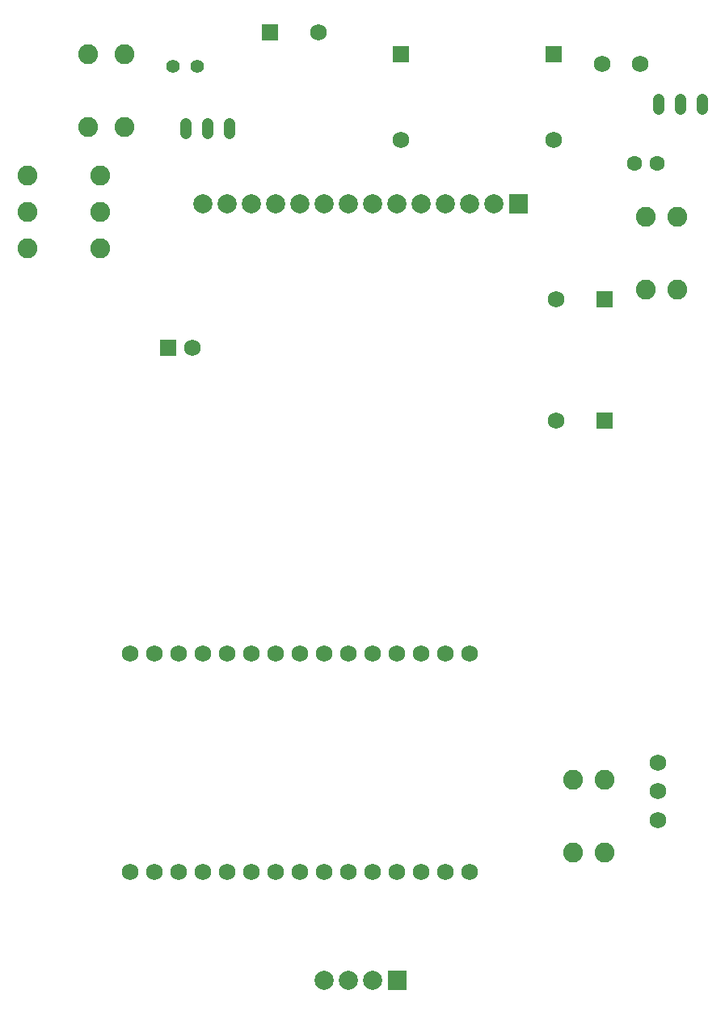
<source format=gts>
G04 Layer: TopSolderMaskLayer*
G04 EasyEDA v6.2.34, 2019-08-10T09:13:35--4:00*
G04 cec1feb412d9436ebb02216d70db0232,603e5982b1a64880906022400fb7a34d,10*
G04 Gerber Generator version 0.2*
G04 Scale: 100 percent, Rotated: No, Reflected: No *
G04 Dimensions in millimeters *
G04 leading zeros omitted , absolute positions ,3 integer and 3 decimal *
%FSLAX33Y33*%
%MOMM*%
G90*
G71D02*

%ADD30C,1.203198*%
%ADD31R,1.727200X1.727200*%
%ADD32C,1.727200*%
%ADD33C,2.003196*%
%ADD35C,2.082800*%
%ADD36C,1.397000*%
%ADD37C,1.603248*%

%LPD*%
G54D30*
G01X19177Y106377D02*
G01X19177Y105377D01*
G01X21463Y106402D02*
G01X21463Y105402D01*
G01X23723Y106377D02*
G01X23723Y105377D01*
G01X68707Y108917D02*
G01X68707Y107917D01*
G01X70993Y108942D02*
G01X70993Y107942D01*
G01X73253Y108917D02*
G01X73253Y107917D01*
G54D31*
G01X57706Y113697D03*
G54D32*
G01X57706Y104698D03*
G54D31*
G01X41706Y113697D03*
G54D32*
G01X41706Y104698D03*
G01X13335Y50911D03*
G01X15872Y50909D03*
G01X18412Y50909D03*
G01X20952Y50909D03*
G01X23492Y50909D03*
G01X26032Y50909D03*
G01X28572Y50909D03*
G01X31112Y50909D03*
G01X33652Y50909D03*
G01X36192Y50909D03*
G01X38732Y50909D03*
G01X41272Y50909D03*
G01X43812Y50909D03*
G01X46352Y50909D03*
G01X48892Y50909D03*
G01X48892Y28049D03*
G01X46352Y28049D03*
G01X43812Y28049D03*
G01X41272Y28049D03*
G01X38732Y28049D03*
G01X36192Y28049D03*
G01X33652Y28049D03*
G01X31112Y28049D03*
G01X28572Y28049D03*
G01X26032Y28049D03*
G01X23492Y28049D03*
G01X20952Y28049D03*
G01X18412Y28049D03*
G01X15872Y28049D03*
G01X13332Y28049D03*
G54D31*
G01X17272Y82915D03*
G54D32*
G01X19812Y82915D03*
G54D31*
G01X62992Y75295D03*
G54D32*
G01X57912Y75295D03*
G54D31*
G01X62992Y87995D03*
G54D32*
G01X57912Y87995D03*
G54D33*
G01X20979Y98000D03*
G01X23519Y98000D03*
G01X26059Y98000D03*
G01X28599Y98000D03*
G01X31139Y98000D03*
G01X33679Y98000D03*
G01X36219Y98000D03*
G01X38759Y98000D03*
G01X41299Y98000D03*
G01X43839Y98000D03*
G01X46379Y98000D03*
G01X48919Y98000D03*
G01X51459Y98000D03*
G36*
G01X52999Y96997D02*
G01X52999Y99001D01*
G01X55001Y99001D01*
G01X55001Y96997D01*
G01X52999Y96997D01*
G37*
G01X33679Y16720D03*
G01X36219Y16720D03*
G01X38759Y16720D03*
G36*
G01X40299Y15717D02*
G01X40299Y17721D01*
G01X42301Y17721D01*
G01X42301Y15717D01*
G01X40299Y15717D01*
G37*
G54D31*
G01X27940Y115935D03*
G54D32*
G01X33020Y115935D03*
G54D35*
G01X8890Y106029D03*
G01X8890Y113649D03*
G01X12700Y106029D03*
G01X12700Y113649D03*
G01X62992Y30083D03*
G01X62992Y37703D03*
G01X59690Y30083D03*
G01X59690Y37703D03*
G54D36*
G01X17780Y112379D03*
G01X20320Y112379D03*
G54D35*
G01X2540Y100949D03*
G01X10160Y100949D03*
G01X2540Y97139D03*
G01X10160Y97139D03*
G01X2540Y93329D03*
G01X10160Y93329D03*
G54D32*
G01X62771Y112633D03*
G01X66768Y112633D03*
G54D37*
G01X68513Y102217D03*
G01X66111Y102217D03*
G54D35*
G01X67310Y89011D03*
G01X67310Y96631D03*
G54D32*
G01X68580Y39529D03*
G01X68580Y36530D03*
G01X68580Y33530D03*
G54D35*
G01X70612Y96631D03*
G01X70612Y89011D03*
M00*
M02*

</source>
